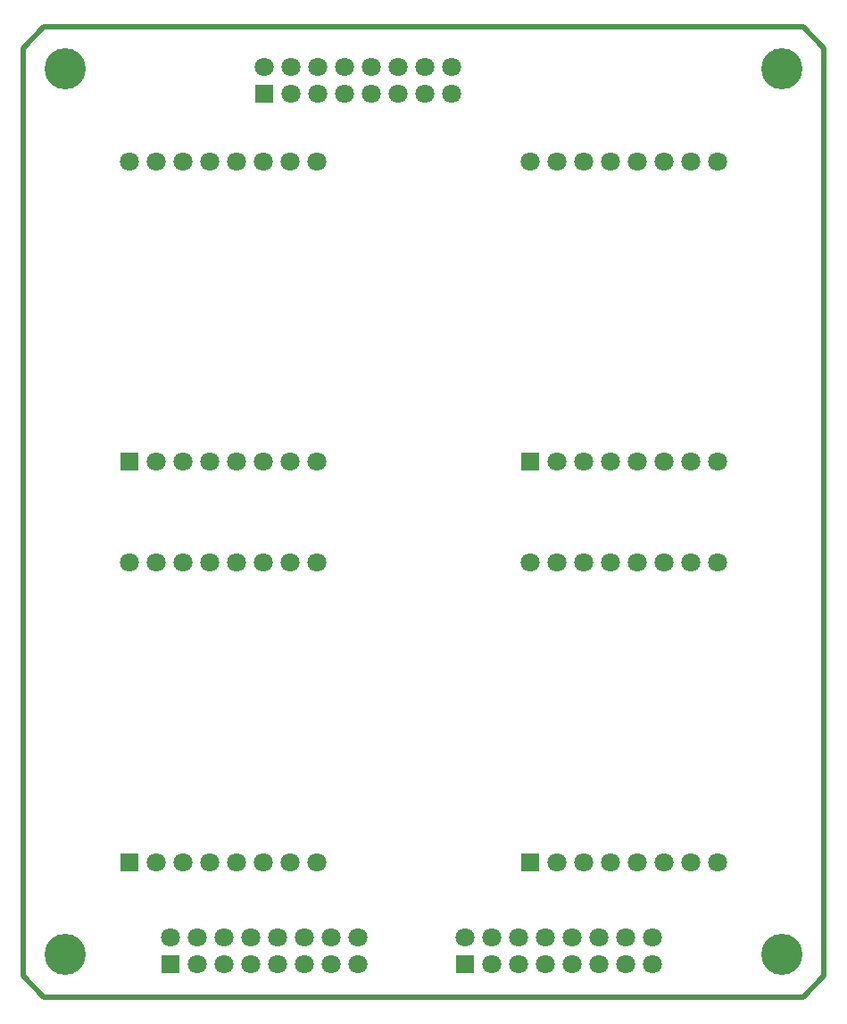
<source format=gbr>
G04 #@! TF.FileFunction,Soldermask,Bot*
%FSLAX46Y46*%
G04 Gerber Fmt 4.6, Leading zero omitted, Abs format (unit mm)*
G04 Created by KiCad (PCBNEW 4.0.7) date 05/27/21 16:33:05*
%MOMM*%
%LPD*%
G01*
G04 APERTURE LIST*
%ADD10C,0.100000*%
%ADD11C,0.500000*%
%ADD12C,3.900000*%
%ADD13R,1.800000X1.800000*%
%ADD14C,1.800000*%
G04 APERTURE END LIST*
D10*
D11*
X124000000Y-50000000D02*
X52000000Y-50000000D01*
X126000000Y-52000000D02*
X124000000Y-50000000D01*
X126000000Y-140000000D02*
X126000000Y-52000000D01*
X124000000Y-142000000D02*
X126000000Y-140000000D01*
X52000000Y-142000000D02*
X124000000Y-142000000D01*
X50000000Y-140000000D02*
X52000000Y-142000000D01*
X50000000Y-52000000D02*
X50000000Y-140000000D01*
X52000000Y-50000000D02*
X50000000Y-52000000D01*
D12*
X54000000Y-54000000D03*
X122000000Y-54000000D03*
X122000000Y-138000000D03*
X54000000Y-138000000D03*
D13*
X63972000Y-138908000D03*
D14*
X63972000Y-136368000D03*
X66512000Y-138908000D03*
X66512000Y-136368000D03*
X69052000Y-138908000D03*
X69052000Y-136368000D03*
X71592000Y-138908000D03*
X71592000Y-136368000D03*
X74132000Y-138908000D03*
X74132000Y-136368000D03*
X76672000Y-138908000D03*
X76672000Y-136368000D03*
X79212000Y-138908000D03*
X79212000Y-136368000D03*
X81752000Y-138908000D03*
X81752000Y-136368000D03*
D13*
X91912000Y-138908000D03*
D14*
X91912000Y-136368000D03*
X94452000Y-138908000D03*
X94452000Y-136368000D03*
X96992000Y-138908000D03*
X96992000Y-136368000D03*
X99532000Y-138908000D03*
X99532000Y-136368000D03*
X102072000Y-138908000D03*
X102072000Y-136368000D03*
X104612000Y-138908000D03*
X104612000Y-136368000D03*
X107152000Y-138908000D03*
X107152000Y-136368000D03*
X109692000Y-138908000D03*
X109692000Y-136368000D03*
D13*
X72862000Y-56358000D03*
D14*
X72862000Y-53818000D03*
X75402000Y-56358000D03*
X75402000Y-53818000D03*
X77942000Y-56358000D03*
X77942000Y-53818000D03*
X80482000Y-56358000D03*
X80482000Y-53818000D03*
X83022000Y-56358000D03*
X83022000Y-53818000D03*
X85562000Y-56358000D03*
X85562000Y-53818000D03*
X88102000Y-56358000D03*
X88102000Y-53818000D03*
X90642000Y-56358000D03*
X90642000Y-53818000D03*
D13*
X60110000Y-91250000D03*
D14*
X62650000Y-91250000D03*
X65190000Y-91250000D03*
X67730000Y-91250000D03*
X70270000Y-91250000D03*
X72810000Y-91250000D03*
X75350000Y-91250000D03*
X77890000Y-91250000D03*
X77890000Y-62750000D03*
X75350000Y-62750000D03*
X72810000Y-62750000D03*
X70270000Y-62750000D03*
X67730000Y-62750000D03*
X65190000Y-62750000D03*
X62650000Y-62750000D03*
X60110000Y-62750000D03*
D13*
X60110000Y-129250000D03*
D14*
X62650000Y-129250000D03*
X65190000Y-129250000D03*
X67730000Y-129250000D03*
X70270000Y-129250000D03*
X72810000Y-129250000D03*
X75350000Y-129250000D03*
X77890000Y-129250000D03*
X77890000Y-100750000D03*
X75350000Y-100750000D03*
X72810000Y-100750000D03*
X70270000Y-100750000D03*
X67730000Y-100750000D03*
X65190000Y-100750000D03*
X62650000Y-100750000D03*
X60110000Y-100750000D03*
D13*
X98110000Y-91250000D03*
D14*
X100650000Y-91250000D03*
X103190000Y-91250000D03*
X105730000Y-91250000D03*
X108270000Y-91250000D03*
X110810000Y-91250000D03*
X113350000Y-91250000D03*
X115890000Y-91250000D03*
X115890000Y-62750000D03*
X113350000Y-62750000D03*
X110810000Y-62750000D03*
X108270000Y-62750000D03*
X105730000Y-62750000D03*
X103190000Y-62750000D03*
X100650000Y-62750000D03*
X98110000Y-62750000D03*
D13*
X98110000Y-129250000D03*
D14*
X100650000Y-129250000D03*
X103190000Y-129250000D03*
X105730000Y-129250000D03*
X108270000Y-129250000D03*
X110810000Y-129250000D03*
X113350000Y-129250000D03*
X115890000Y-129250000D03*
X115890000Y-100750000D03*
X113350000Y-100750000D03*
X110810000Y-100750000D03*
X108270000Y-100750000D03*
X105730000Y-100750000D03*
X103190000Y-100750000D03*
X100650000Y-100750000D03*
X98110000Y-100750000D03*
M02*

</source>
